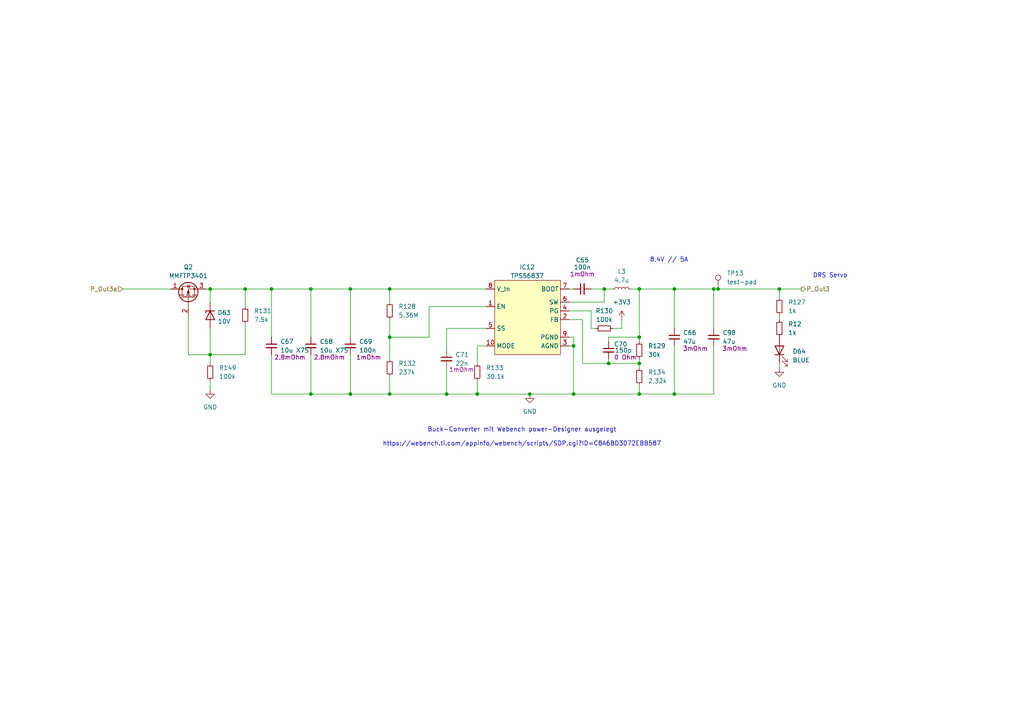
<source format=kicad_sch>
(kicad_sch (version 20231120) (generator "eeschema") (generator_version "8.0")
  (paper "A4")
  (title_block (title "PDU FT25") (date "2025-01-15") (rev "V1.2") (company "Janek Herm") (comment 1 "FaSTTUBe Electronics"))
  (lib_symbols
    (symbol "Connector:TestPoint" (pin_numbers hide) (pin_names (offset 0.762) hide)
      (property "Reference" "TP" (at 0 6.858 0))
      (property "Value" "TestPoint" (at 0 5.08 0))
      (symbol "TestPoint_0_1"
        (circle (center 0 3.302) (radius 0.762))
      )
      (symbol "TestPoint_1_1"
        (pin passive line (at 0 0 90) (length 2.54) (name "1") (number "1"))
      )
    )
    (symbol "Device:C_Small" (pin_numbers hide) (pin_names (offset 0.254) hide)
      (property "Reference" "C" (at 0.254 1.778 0))
      (property "Value" "C_Small" (at 0.254 -2.032 0))
      (symbol "C_Small_0_1"
        (polyline (pts (xy -1.524 -0.508) (xy 1.524 -0.508)) (stroke (width 0.3302)))
        (polyline (pts (xy -1.524 0.508) (xy 1.524 0.508)) (stroke (width 0.3048)))
      )
      (symbol "C_Small_1_1"
        (pin passive line (at 0 2.54 270) (length 2.032) (name "~") (number "1"))
        (pin passive line (at 0 -2.54 90) (length 2.032) (name "~") (number "2"))
      )
    )
    (symbol "Device:D_Zener" (pin_numbers hide) (pin_names (offset 1.016) hide)
      (property "Reference" "D" (at 0 2.54 0))
      (property "Value" "D_Zener" (at 0 -2.54 0))
      (symbol "D_Zener_0_1"
        (polyline (pts (xy 1.27 0) (xy -1.27 0)))
        (polyline (pts (xy -1.27 -1.27) (xy -1.27 1.27) (xy -0.762 1.27)) (stroke (width 0.254)))
        (polyline (pts (xy 1.27 -1.27) (xy 1.27 1.27) (xy -1.27 0) (xy 1.27 -1.27)) (stroke (width 0.254)))
      )
      (symbol "D_Zener_1_1"
        (pin passive line (at -3.81 0 0) (length 2.54) (name "K") (number "1"))
        (pin passive line (at 3.81 0 180) (length 2.54) (name "A") (number "2"))
      )
    )
    (symbol "Device:LED" (pin_numbers hide) (pin_names (offset 1.016) hide)
      (property "Reference" "D" (at 0 2.54 0))
      (property "Value" "LED" (at 0 -2.54 0))
      (symbol "LED_0_1"
        (polyline (pts (xy -1.27 -1.27) (xy -1.27 1.27)) (stroke (width 0.254)))
        (polyline (pts (xy -1.27 0) (xy 1.27 0)))
        (polyline (pts (xy 1.27 -1.27) (xy 1.27 1.27) (xy -1.27 0) (xy 1.27 -1.27)) (stroke (width 0.254)))
        (polyline (pts (xy -3.048 -0.762) (xy -4.572 -2.286) (xy -3.81 -2.286) (xy -4.572 -2.286) (xy -4.572 -1.524)))
        (polyline (pts (xy -1.778 -0.762) (xy -3.302 -2.286) (xy -2.54 -2.286) (xy -3.302 -2.286) (xy -3.302 -1.524)))
      )
      (symbol "LED_1_1"
        (pin passive line (at -3.81 0 0) (length 2.54) (name "K") (number "1"))
        (pin passive line (at 3.81 0 180) (length 2.54) (name "A") (number "2"))
      )
    )
    (symbol "Device:L_Small" (pin_numbers hide) (pin_names (offset 0.254) hide)
      (property "Reference" "L" (at 0.762 1.016 0))
      (property "Value" "L_Small" (at 0.762 -1.016 0))
      (symbol "L_Small_0_1"
        (arc (start 0 -2.032) (mid 0.5058 -1.524) (end 0 -1.016))
        (arc (start 0 -1.016) (mid 0.5058 -0.508) (end 0 0))
        (arc (start 0 0) (mid 0.5058 0.508) (end 0 1.016))
        (arc (start 0 1.016) (mid 0.5058 1.524) (end 0 2.032))
      )
      (symbol "L_Small_1_1"
        (pin passive line (at 0 2.54 270) (length 0.508) (name "~") (number "1"))
        (pin passive line (at 0 -2.54 90) (length 0.508) (name "~") (number "2"))
      )
    )
    (symbol "Device:Q_PMOS_DGS" (pin_names (offset 0) hide)
      (property "Reference" "Q" (at 5.08 1.27 0))
      (property "Value" "Q_PMOS_DGS" (at 5.08 -1.27 0))
      (symbol "Q_PMOS_DGS_0_1"
        (polyline (pts (xy 0.254 0) (xy -2.54 0)))
        (polyline (pts (xy 0.254 1.905) (xy 0.254 -1.905)) (stroke (width 0.254)))
        (polyline (pts (xy 0.762 -1.27) (xy 0.762 -2.286)) (stroke (width 0.254)))
        (polyline (pts (xy 0.762 0.508) (xy 0.762 -0.508)) (stroke (width 0.254)))
        (polyline (pts (xy 0.762 2.286) (xy 0.762 1.27)) (stroke (width 0.254)))
        (polyline (pts (xy 2.54 2.54) (xy 2.54 1.778)))
        (polyline (pts (xy 2.54 -2.54) (xy 2.54 0) (xy 0.762 0)))
        (polyline (pts (xy 0.762 1.778) (xy 3.302 1.778) (xy 3.302 -1.778) (xy 0.762 -1.778)))
        (polyline (pts (xy 2.286 0) (xy 1.27 0.381) (xy 1.27 -0.381) (xy 2.286 0)) (fill (type outline)))
        (polyline (pts (xy 2.794 -0.508) (xy 2.921 -0.381) (xy 3.683 -0.381) (xy 3.81 -0.254)))
        (polyline (pts (xy 3.302 -0.381) (xy 2.921 0.254) (xy 3.683 0.254) (xy 3.302 -0.381)))
        (circle (center 1.651 0) (radius 2.794) (stroke (width 0.254)))
        (circle (center 2.54 -1.778) (radius 0.254) (fill (type outline)))
        (circle (center 2.54 1.778) (radius 0.254) (fill (type outline)))
      )
      (symbol "Q_PMOS_DGS_1_1"
        (pin passive line (at 2.54 5.08 270) (length 2.54) (name "D") (number "1"))
        (pin input line (at -5.08 0 0) (length 2.54) (name "G") (number "2"))
        (pin passive line (at 2.54 -5.08 90) (length 2.54) (name "S") (number "3"))
      )
    )
    (symbol "Device:R_Small" (pin_numbers hide) (pin_names (offset 0.254) hide)
      (property "Reference" "R" (at 0.762 0.508 0))
      (property "Value" "R_Small" (at 0.762 -1.016 0))
      (symbol "R_Small_0_1"
        (rectangle (start -0.762 1.778) (end 0.762 -1.778) (stroke (width 0.2032)))
      )
      (symbol "R_Small_1_1"
        (pin passive line (at 0 2.54 270) (length 0.762) (name "~") (number "1"))
        (pin passive line (at 0 -2.54 90) (length 0.762) (name "~") (number "2"))
      )
    )
    (symbol "FaSTTUBe_Voltage_Regulators:TPS56837"
      (property "Reference" "IC" (at -3.556 10.922 0))
      (property "Value" "TPS56837" (at -3.302 8.636 0))
      (symbol "TPS56837_1_1"
        (rectangle (start -12.7 7.62) (end 6.35 -13.97) (fill (type background)))
        (pin input line (at -15.24 0 0) (length 2.54) (name "EN") (number "1"))
        (pin input line (at -15.24 -11.43 0) (length 2.54) (name "MODE") (number "10"))
        (pin input line (at 8.89 -3.81 180) (length 2.54) (name "FB") (number "2"))
        (pin input line (at 8.89 -11.43 180) (length 2.54) (name "AGND") (number "3"))
        (pin input line (at 8.89 -1.27 180) (length 2.54) (name "PG") (number "4"))
        (pin input line (at -15.24 -6.35 0) (length 2.54) (name "SS") (number "5"))
        (pin input line (at 8.89 1.27 180) (length 2.54) (name "SW") (number "6"))
        (pin input line (at 8.89 5.08 180) (length 2.54) (name "BOOT") (number "7"))
        (pin input line (at -15.24 5.08 0) (length 2.54) (name "V_In") (number "8"))
        (pin input line (at 8.89 -8.89 180) (length 2.54) (name "PGND") (number "9"))
      )
    )
    (symbol "power:+3.3V" (power) (pin_numbers hide) (pin_names (offset 0) hide)
      (property "Value" "+3.3V" (at 0 3.556 0))
      (symbol "+3.3V_0_1"
        (polyline (pts (xy -0.762 1.27) (xy 0 2.54)))
        (polyline (pts (xy 0 0) (xy 0 2.54)))
        (polyline (pts (xy 0 2.54) (xy 0.762 1.27)))
      )
      (symbol "+3.3V_1_1"
        (pin power_in line (at 0 0 90) (length 0) (name "~") (number "1"))
      )
    )
    (symbol "power:GND" (power) (pin_numbers hide) (pin_names (offset 0) hide)
      (property "Value" "GND" (at 0 -3.81 0))
      (symbol "GND_0_1"
        (polyline (pts (xy 0 0) (xy 0 -1.27) (xy 1.27 -1.27) (xy 0 -2.54) (xy -1.27 -1.27) (xy 0 -1.27)))
      )
      (symbol "GND_1_1"
        (pin power_in line (at 0 0 270) (length 0) (name "~") (number "1"))
      )
    )
  )
  (junction (at 113.03 114.3))
  (junction (at 226.06 83.82))
  (junction (at 195.58 83.82))
  (junction (at 185.42 105.41))
  (junction (at 113.03 83.82))
  (junction (at 185.42 83.82))
  (junction (at 101.6 114.3))
  (junction (at 129.54 114.3))
  (junction (at 208.28 83.82))
  (junction (at 185.42 114.3))
  (junction (at 176.53 105.41))
  (junction (at 101.6 83.82))
  (junction (at 60.96 102.87))
  (junction (at 207.01 83.82))
  (junction (at 185.42 97.79))
  (junction (at 90.17 83.82))
  (junction (at 153.67 114.3))
  (junction (at 78.74 83.82))
  (junction (at 138.43 114.3))
  (junction (at 195.58 114.3))
  (junction (at 175.26 83.82))
  (junction (at 166.37 114.3))
  (junction (at 71.12 83.82))
  (junction (at 113.03 97.79))
  (junction (at 166.37 100.33))
  (junction (at 90.17 114.3))
  (junction (at 60.96 83.82))
  (wire (pts (xy 71.12 83.82) (xy 78.74 83.82)))
  (wire (pts (xy 124.46 88.9) (xy 124.46 97.79)))
  (wire (pts (xy 113.03 109.22) (xy 113.03 114.3)))
  (wire (pts (xy 165.1 92.71) (xy 168.91 92.71)))
  (wire (pts (xy 166.37 100.33) (xy 166.37 114.3)))
  (wire (pts (xy 226.06 83.82) (xy 226.06 86.36)))
  (wire (pts (xy 176.53 105.41) (xy 185.42 105.41)))
  (wire (pts (xy 60.96 110.49) (xy 60.96 113.03)))
  (wire (pts (xy 226.06 105.41) (xy 226.06 106.68)))
  (wire (pts (xy 180.34 95.25) (xy 180.34 92.71)))
  (wire (pts (xy 226.06 91.44) (xy 226.06 92.71)))
  (wire (pts (xy 60.96 83.82) (xy 71.12 83.82)))
  (wire (pts (xy 101.6 102.87) (xy 101.6 114.3)))
  (wire (pts (xy 35.56 83.82) (xy 49.53 83.82)))
  (wire (pts (xy 90.17 102.87) (xy 90.17 114.3)))
  (wire (pts (xy 90.17 83.82) (xy 90.17 97.79)))
  (wire (pts (xy 185.42 111.76) (xy 185.42 114.3)))
  (wire (pts (xy 71.12 102.87) (xy 60.96 102.87)))
  (wire (pts (xy 185.42 99.06) (xy 185.42 97.79)))
  (wire (pts (xy 60.96 102.87) (xy 60.96 105.41)))
  (wire (pts (xy 140.97 88.9) (xy 124.46 88.9)))
  (wire (pts (xy 177.8 83.82) (xy 175.26 83.82)))
  (wire (pts (xy 171.45 90.17) (xy 171.45 95.25)))
  (wire (pts (xy 129.54 106.68) (xy 129.54 114.3)))
  (wire (pts (xy 101.6 83.82) (xy 101.6 97.79)))
  (wire (pts (xy 71.12 83.82) (xy 71.12 88.9)))
  (wire (pts (xy 175.26 87.63) (xy 175.26 83.82)))
  (wire (pts (xy 208.28 83.82) (xy 226.06 83.82)))
  (wire (pts (xy 185.42 83.82) (xy 185.42 97.79)))
  (wire (pts (xy 166.37 114.3) (xy 185.42 114.3)))
  (wire (pts (xy 166.37 97.79) (xy 166.37 100.33)))
  (wire (pts (xy 165.1 87.63) (xy 175.26 87.63)))
  (wire (pts (xy 59.69 83.82) (xy 60.96 83.82)))
  (wire (pts (xy 138.43 110.49) (xy 138.43 114.3)))
  (wire (pts (xy 124.46 97.79) (xy 113.03 97.79)))
  (wire (pts (xy 185.42 114.3) (xy 195.58 114.3)))
  (wire (pts (xy 226.06 83.82) (xy 232.41 83.82)))
  (wire (pts (xy 185.42 83.82) (xy 195.58 83.82)))
  (wire (pts (xy 54.61 91.44) (xy 54.61 102.87)))
  (wire (pts (xy 195.58 100.33) (xy 195.58 114.3)))
  (wire (pts (xy 113.03 114.3) (xy 129.54 114.3)))
  (wire (pts (xy 138.43 114.3) (xy 153.67 114.3)))
  (wire (pts (xy 185.42 104.14) (xy 185.42 105.41)))
  (wire (pts (xy 113.03 92.71) (xy 113.03 97.79)))
  (wire (pts (xy 165.1 83.82) (xy 166.37 83.82)))
  (wire (pts (xy 195.58 83.82) (xy 195.58 95.25)))
  (wire (pts (xy 54.61 102.87) (xy 60.96 102.87)))
  (wire (pts (xy 176.53 105.41) (xy 176.53 104.14)))
  (wire (pts (xy 195.58 114.3) (xy 207.01 114.3)))
  (wire (pts (xy 78.74 102.87) (xy 78.74 114.3)))
  (wire (pts (xy 78.74 114.3) (xy 90.17 114.3)))
  (wire (pts (xy 165.1 90.17) (xy 171.45 90.17)))
  (wire (pts (xy 165.1 97.79) (xy 166.37 97.79)))
  (wire (pts (xy 171.45 95.25) (xy 172.72 95.25)))
  (wire (pts (xy 165.1 100.33) (xy 166.37 100.33)))
  (wire (pts (xy 140.97 100.33) (xy 138.43 100.33)))
  (wire (pts (xy 138.43 100.33) (xy 138.43 105.41)))
  (wire (pts (xy 90.17 83.82) (xy 101.6 83.82)))
  (wire (pts (xy 185.42 105.41) (xy 185.42 106.68)))
  (wire (pts (xy 168.91 92.71) (xy 168.91 105.41)))
  (wire (pts (xy 71.12 93.98) (xy 71.12 102.87)))
  (wire (pts (xy 60.96 95.25) (xy 60.96 102.87)))
  (wire (pts (xy 129.54 114.3) (xy 138.43 114.3)))
  (wire (pts (xy 60.96 83.82) (xy 60.96 87.63)))
  (wire (pts (xy 113.03 83.82) (xy 113.03 87.63)))
  (wire (pts (xy 182.88 83.82) (xy 185.42 83.82)))
  (wire (pts (xy 171.45 83.82) (xy 175.26 83.82)))
  (wire (pts (xy 177.8 95.25) (xy 180.34 95.25)))
  (wire (pts (xy 140.97 95.25) (xy 129.54 95.25)))
  (wire (pts (xy 101.6 83.82) (xy 113.03 83.82)))
  (wire (pts (xy 78.74 83.82) (xy 90.17 83.82)))
  (wire (pts (xy 78.74 83.82) (xy 78.74 97.79)))
  (wire (pts (xy 113.03 97.79) (xy 113.03 104.14)))
  (wire (pts (xy 207.01 100.33) (xy 207.01 114.3)))
  (wire (pts (xy 129.54 95.25) (xy 129.54 101.6)))
  (wire (pts (xy 168.91 105.41) (xy 176.53 105.41)))
  (wire (pts (xy 176.53 97.79) (xy 176.53 99.06)))
  (wire (pts (xy 101.6 114.3) (xy 113.03 114.3)))
  (wire (pts (xy 195.58 83.82) (xy 207.01 83.82)))
  (wire (pts (xy 153.67 114.3) (xy 166.37 114.3)))
  (wire (pts (xy 113.03 83.82) (xy 140.97 83.82)))
  (wire (pts (xy 207.01 83.82) (xy 208.28 83.82)))
  (wire (pts (xy 207.01 83.82) (xy 207.01 95.25)))
  (wire (pts (xy 90.17 114.3) (xy 101.6 114.3)))
  (wire (pts (xy 176.53 97.79) (xy 185.42 97.79)))
  (text "DRS Servo" (at 240.792 80.01 0) (effects (font (size 1.27 1.27))))
  (text "8,4V // 5A" (at 194.056 75.438 0) (effects (font (size 1.27 1.27))))
  (text "Buck-Converter mit Webench power-Designer ausgelegt\n\nhttps://webench.ti.com/appinfo/webench/scripts/SDP.cgi?ID=C8A6BD3072EBB587" (at 151.384 126.746 0) (effects (font (size 1.27 1.27))))
  (hierarchical_label "P_Out3" (shape output) (at 232.41 83.82 0))
  (hierarchical_label "P_Out3a" (shape input) (at 35.56 83.82 180))
  (symbol (lib_id "Device:R_Small") (at 185.42 109.22 0) (unit 1)
    (property "Reference" "R134" (at 187.96 107.9499 0) (effects (justify left)))
    (property "Value" "2,32k" (at 187.96 110.4899 0) (effects (justify left)))
    (property "Footprint" "Resistor_SMD:R_0603_1608Metric" (effects (hide yes)))
    (property "Description" "Resistor, small symbol" (effects (hide yes)))
  )
  (symbol (lib_id "Connector:TestPoint") (at 208.28 83.82 0) (unit 1)
    (property "Reference" "TP13" (at 210.82 79.2479 0) (effects (justify left)))
    (property "Value" "test-pad" (at 210.82 81.7879 0) (effects (justify left)))
    (property "Footprint" "5025:5025" (effects (hide yes)))
    (property "Description" "test point" (effects (hide yes)))
  )
  (symbol (lib_id "Device:D_Zener") (at 60.96 91.44 90) (mirror x) (unit 1)
    (property "Reference" "D63" (at 65.024 90.678 90))
    (property "Value" "10V" (at 65.024 93.218 90))
    (property "Footprint" "3SMAJ5934B-TP:DIOM5226X244N" (effects (hide yes)))
    (property "Datasheet" "https://www.mouser.de/datasheet/2/258/3SMAJ5918B_3SMAJ5956B_SMA_-3423242.pdf" (effects (hide yes)))
    (property "Description" "Zener diode" (effects (hide yes)))
    (property "MPR" "3SMAJ5925B" (effects (hide yes)))
  )
  (symbol (lib_id "Device:R_Small") (at 60.96 107.95 0) (unit 1)
    (property "Reference" "R149" (at 63.5 106.6799 0) (effects (justify left)))
    (property "Value" "100k" (at 63.5 109.2199 0) (effects (justify left)))
    (property "Footprint" "Resistor_SMD:R_0603_1608Metric" (effects (hide yes)))
    (property "Description" "Resistor, small symbol" (effects (hide yes)))
  )
  (symbol (lib_id "Device:C_Small") (at 78.74 100.33 0) (unit 1)
    (property "Reference" "C67" (at 81.28 99.0662 0) (effects (justify left)))
    (property "Value" "10u X7S" (at 81.28 101.6062 0) (effects (justify left)))
    (property "Footprint" "Capacitor_SMD:C_1210_3225Metric" (effects (hide yes)))
    (property "Description" "Unpolarized capacitor, small symbol" (effects (hide yes)))
    (property "Resistance" "2.8mOhm" (at 84.074 103.632 0))
  )
  (symbol (lib_id "Device:LED") (at 226.06 101.6 90) (unit 1)
    (property "Reference" "D64" (at 229.87 101.9174 90) (effects (justify right)))
    (property "Value" "BLUE" (at 229.87 104.4574 90) (effects (justify right)))
    (property "Footprint" "LED_SMD:LED_0603_1608Metric" (effects (hide yes)))
    (property "Datasheet" "https://www.we-online.com/components/products/datasheet/150060BS75000.pdf" (effects (hide yes)))
    (property "Description" "Light emitting diode" (effects (hide yes)))
    (property "MPR" "150060BS75000" (effects (hide yes)))
  )
  (symbol (lib_id "Device:C_Small") (at 129.54 104.14 0) (unit 1)
    (property "Reference" "C71" (at 132.08 102.8762 0) (effects (justify left)))
    (property "Value" "22n" (at 132.08 105.4162 0) (effects (justify left)))
    (property "Footprint" "Capacitor_SMD:C_0603_1608Metric" (effects (hide yes)))
    (property "Description" "Unpolarized capacitor, small symbol" (effects (hide yes)))
    (property "Resistance" "1mOhm" (at 133.858 107.188 0))
  )
  (symbol (lib_id "Device:Q_PMOS_DGS") (at 54.61 86.36 90) (unit 1)
    (property "Reference" "Q2" (at 54.61 77.47 90))
    (property "Value" "MMFTP3401" (at 54.61 80.01 90))
    (property "Footprint" "FaSTTUBe_Switches:SOT-23_GSD" (effects (hide yes)))
    (property "Datasheet" "https://diotec.com/request/datasheet/mmftp3401.pdf" (effects (hide yes)))
    (property "Description" "P-MOSFET transistor, drain/gate/source" (effects (hide yes)))
    (property "Sim.Device" "PMOS" (effects (hide yes)))
    (property "Sim.Type" "VDMOS" (effects (hide yes)))
    (property "Sim.Pins" "1=D 2=G 3=S" (effects (hide yes)))
  )
  (symbol (lib_id "Device:C_Small") (at 101.6 100.33 0) (unit 1)
    (property "Reference" "C69" (at 104.14 99.0662 0) (effects (justify left)))
    (property "Value" "100n" (at 104.14 101.6062 0) (effects (justify left)))
    (property "Footprint" "Capacitor_SMD:C_0805_2012Metric" (effects (hide yes)))
    (property "Description" "Unpolarized capacitor, small symbol" (effects (hide yes)))
    (property "Resistance" "1mOhm" (at 106.934 103.632 0))
  )
  (symbol (lib_id "power:GND") (at 60.96 113.03 0) (unit 1)
    (property "Reference" "#PWR0190" (effects (hide yes)))
    (property "Value" "GND" (at 60.96 118.11 0))
    (property "Description" "Power symbol creates a global label with name \"GND\" , ground" (effects (hide yes)))
  )
  (symbol (lib_id "Device:R_Small") (at 226.06 95.25 0) (unit 1)
    (property "Reference" "R12" (at 228.6 93.9799 0) (effects (justify left)))
    (property "Value" "1k" (at 228.6 96.5199 0) (effects (justify left)))
    (property "Footprint" "Resistor_SMD:R_0603_1608Metric" (effects (hide yes)))
    (property "Description" "Resistor, small symbol" (effects (hide yes)))
  )
  (symbol (lib_id "FaSTTUBe_Voltage_Regulators:TPS56837") (at 156.21 88.9 0) (unit 1)
    (property "Reference" "IC12" (at 152.908 77.47 0))
    (property "Value" "TPS56837" (at 152.908 80.01 0))
    (property "Footprint" "TPS56837:TPS56837" (effects (hide yes)))
    (property "Datasheet" "https://www.ti.com/lit/ds/symlink/tps56837.pdf?ts=1731338435977" (effects (hide yes)))
  )
  (symbol (lib_id "Device:C_Small") (at 207.01 97.79 0) (unit 1)
    (property "Reference" "C98" (at 209.55 96.5262 0) (effects (justify left)))
    (property "Value" "47u" (at 209.55 99.0662 0) (effects (justify left)))
    (property "Footprint" "Capacitor_SMD:C_1206_3216Metric" (effects (hide yes)))
    (property "Description" "Unpolarized capacitor, small symbol" (effects (hide yes)))
    (property "Resistance" "3mOhm" (at 213.106 101.092 0))
  )
  (symbol (lib_id "Device:R_Small") (at 138.43 107.95 0) (unit 1)
    (property "Reference" "R133" (at 140.97 106.6799 0) (effects (justify left)))
    (property "Value" "30.1k" (at 140.97 109.2199 0) (effects (justify left)))
    (property "Footprint" "Resistor_SMD:R_0603_1608Metric" (effects (hide yes)))
    (property "Description" "Resistor, small symbol" (effects (hide yes)))
  )
  (symbol (lib_id "power:GND") (at 153.67 114.3 0) (unit 1)
    (property "Reference" "#PWR0191" (effects (hide yes)))
    (property "Value" "GND" (at 153.67 119.38 0))
    (property "Description" "Power symbol creates a global label with name \"GND\" , ground" (effects (hide yes)))
  )
  (symbol (lib_id "Device:R_Small") (at 71.12 91.44 0) (unit 1)
    (property "Reference" "R131" (at 73.66 90.1699 0) (effects (justify left)))
    (property "Value" "7.5k" (at 73.66 92.7099 0) (effects (justify left)))
    (property "Footprint" "Resistor_SMD:R_0603_1608Metric" (effects (hide yes)))
    (property "Description" "Resistor, small symbol" (effects (hide yes)))
  )
  (symbol (lib_id "Device:C_Small") (at 195.58 97.79 0) (unit 1)
    (property "Reference" "C66" (at 198.12 96.5262 0) (effects (justify left)))
    (property "Value" "47u" (at 198.12 99.0662 0) (effects (justify left)))
    (property "Footprint" "Capacitor_SMD:C_1206_3216Metric" (effects (hide yes)))
    (property "Description" "Unpolarized capacitor, small symbol" (effects (hide yes)))
    (property "Resistance" "3mOhm" (at 201.676 101.092 0))
  )
  (symbol (lib_id "Device:R_Small") (at 226.06 88.9 0) (unit 1)
    (property "Reference" "R127" (at 228.6 87.6299 0) (effects (justify left)))
    (property "Value" "1k" (at 228.6 90.1699 0) (effects (justify left)))
    (property "Footprint" "Resistor_SMD:R_0603_1608Metric" (effects (hide yes)))
    (property "Description" "Resistor, small symbol" (effects (hide yes)))
  )
  (symbol (lib_id "Device:R_Small") (at 113.03 106.68 0) (unit 1)
    (property "Reference" "R132" (at 115.57 105.4099 0) (effects (justify left)))
    (property "Value" "237k" (at 115.57 107.9499 0) (effects (justify left)))
    (property "Footprint" "Resistor_SMD:R_0603_1608Metric" (effects (hide yes)))
    (property "Description" "Resistor, small symbol" (effects (hide yes)))
  )
  (symbol (lib_id "Device:C_Small") (at 176.53 101.6 0) (unit 1)
    (property "Reference" "C70" (at 178.054 99.8282 0) (effects (justify left)))
    (property "Value" "150p" (at 178.308 101.6062 0) (effects (justify left)))
    (property "Footprint" "Capacitor_SMD:C_0603_1608Metric" (effects (hide yes)))
    (property "Description" "Unpolarized capacitor, small symbol" (effects (hide yes)))
    (property "Resistance" "0 Ohm" (at 181.356 103.632 0))
  )
  (symbol (lib_id "Device:L_Small") (at 180.34 83.82 90) (unit 1)
    (property "Reference" "L3" (at 180.34 78.74 90))
    (property "Value" "4.7u" (at 180.34 81.28 90))
    (property "Footprint" "7443330470:WE-HCC_109021" (effects (hide yes)))
    (property "Datasheet" "https://www.we-online.com/components/products/datasheet/7443330470.pdf" (effects (hide yes)))
    (property "Description" "Inductor, small symbol" (effects (hide yes)))
  )
  (symbol (lib_id "Device:C_Small") (at 90.17 100.33 0) (unit 1)
    (property "Reference" "C68" (at 92.71 99.0662 0) (effects (justify left)))
    (property "Value" "10u X7S" (at 92.71 101.6062 0) (effects (justify left)))
    (property "Footprint" "Capacitor_SMD:C_1210_3225Metric" (effects (hide yes)))
    (property "Description" "Unpolarized capacitor, small symbol" (effects (hide yes)))
    (property "Resistance" "2.8mOhm" (at 95.504 103.632 0))
  )
  (symbol (lib_id "Device:R_Small") (at 185.42 101.6 0) (unit 1)
    (property "Reference" "R129" (at 187.96 100.3299 0) (effects (justify left)))
    (property "Value" "30k" (at 187.96 102.8699 0) (effects (justify left)))
    (property "Footprint" "Resistor_SMD:R_0603_1608Metric" (effects (hide yes)))
    (property "Description" "Resistor, small symbol" (effects (hide yes)))
  )
  (symbol (lib_id "power:GND") (at 226.06 106.68 0) (unit 1)
    (property "Reference" "#PWR0189" (effects (hide yes)))
    (property "Value" "GND" (at 226.06 111.76 0))
    (property "Description" "Power symbol creates a global label with name \"GND\" , ground" (effects (hide yes)))
  )
  (symbol (lib_id "Device:C_Small") (at 168.91 83.82 90) (unit 1)
    (property "Reference" "C65" (at 168.9163 75.438 90))
    (property "Value" "100n" (at 168.9163 77.47 90))
    (property "Footprint" "Capacitor_SMD:C_0603_1608Metric" (effects (hide yes)))
    (property "Description" "Unpolarized capacitor, small symbol" (effects (hide yes)))
    (property "Resistance" "1mOhm" (at 168.91 79.502 90))
  )
  (symbol (lib_id "power:+3.3V") (at 180.34 92.71 0) (unit 1)
    (property "Reference" "#PWR0188" (effects (hide yes)))
    (property "Value" "+3V3" (at 180.34 87.63 0))
    (property "Description" "Power symbol creates a global label with name \"+3.3V\"" (effects (hide yes)))
  )
  (symbol (lib_id "Device:R_Small") (at 113.03 90.17 0) (unit 1)
    (property "Reference" "R128" (at 115.57 88.8999 0) (effects (justify left)))
    (property "Value" "5.36M" (at 115.57 91.4399 0) (effects (justify left)))
    (property "Footprint" "Resistor_SMD:R_0603_1608Metric" (effects (hide yes)))
    (property "Description" "Resistor, small symbol" (effects (hide yes)))
  )
  (symbol (lib_id "Device:R_Small") (at 175.26 95.25 90) (unit 1)
    (property "Reference" "R130" (at 175.26 90.17 90))
    (property "Value" "100k" (at 175.26 92.71 90))
    (property "Footprint" "Resistor_SMD:R_0603_1608Metric" (effects (hide yes)))
    (property "Description" "Resistor, small symbol" (effects (hide yes)))
  )
)
</source>
